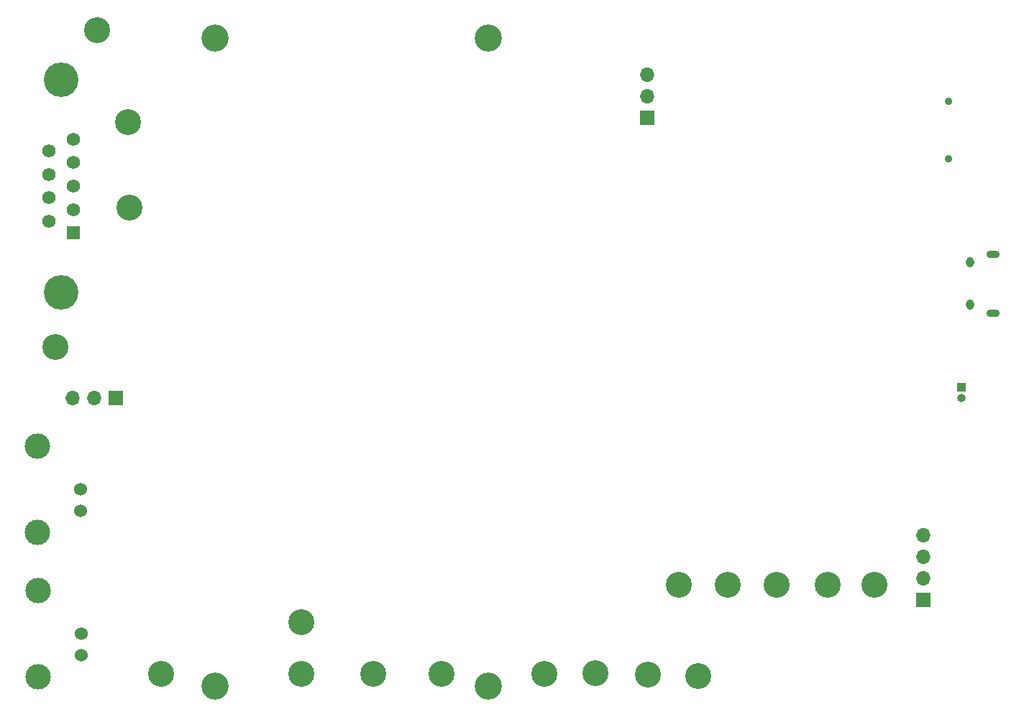
<source format=gbs>
%TF.GenerationSoftware,KiCad,Pcbnew,9.0.0*%
%TF.CreationDate,2025-02-25T12:17:53-05:00*%
%TF.ProjectId,kicad_pulse_supply-rev-C,6b696361-645f-4707-956c-73655f737570,rev?*%
%TF.SameCoordinates,Original*%
%TF.FileFunction,Soldermask,Bot*%
%TF.FilePolarity,Negative*%
%FSLAX46Y46*%
G04 Gerber Fmt 4.6, Leading zero omitted, Abs format (unit mm)*
G04 Created by KiCad (PCBNEW 9.0.0) date 2025-02-25 12:17:53*
%MOMM*%
%LPD*%
G01*
G04 APERTURE LIST*
%ADD10R,1.575000X1.575000*%
%ADD11C,1.575000*%
%ADD12C,4.066000*%
%ADD13O,1.550000X0.890000*%
%ADD14O,0.950000X1.250000*%
%ADD15C,3.048000*%
%ADD16R,1.700000X1.700000*%
%ADD17O,1.700000X1.700000*%
%ADD18C,3.000000*%
%ADD19C,1.524000*%
%ADD20C,3.200000*%
%ADD21R,1.000000X1.000000*%
%ADD22O,1.000000X1.000000*%
%ADD23C,0.900000*%
G04 APERTURE END LIST*
D10*
%TO.C,J7*%
X55286000Y-98513000D03*
D11*
X55286000Y-95743000D03*
X55286000Y-92973000D03*
X55286000Y-90203000D03*
X55286000Y-87433000D03*
X52446000Y-97128000D03*
X52446000Y-94358000D03*
X52446000Y-91588000D03*
X52446000Y-88818000D03*
D12*
X53866000Y-80478000D03*
X53866000Y-105468000D03*
%TD*%
D13*
%TO.C,J1*%
X163566000Y-100978000D03*
D14*
X160866000Y-101978000D03*
X160866000Y-106978000D03*
D13*
X163566000Y-107978000D03*
%TD*%
D15*
%TO.C,TP14*%
X149616000Y-139978000D03*
%TD*%
%TO.C,TP37*%
X128866000Y-150728000D03*
%TD*%
%TO.C,TP12*%
X53166000Y-111978000D03*
%TD*%
D16*
%TO.C,J4*%
X155366000Y-141778000D03*
D17*
X155366000Y-139238000D03*
X155366000Y-136698000D03*
X155366000Y-134158000D03*
%TD*%
D15*
%TO.C,TP28*%
X138116000Y-139978000D03*
%TD*%
%TO.C,TP22*%
X132366000Y-139978000D03*
%TD*%
D18*
%TO.C,J6*%
X51036000Y-123648000D03*
X51036000Y-133808000D03*
D19*
X56116000Y-128728000D03*
X56116000Y-131268000D03*
%TD*%
D18*
%TO.C,J5*%
X51116000Y-140648000D03*
X51116000Y-150808000D03*
D19*
X56196000Y-145728000D03*
X56196000Y-148268000D03*
%TD*%
D15*
%TO.C,TP13*%
X65616000Y-150478000D03*
%TD*%
%TO.C,TP30*%
X144116000Y-139978000D03*
%TD*%
%TO.C,TP9*%
X98616000Y-150478000D03*
%TD*%
D20*
%TO.C,H2*%
X104116000Y-75528000D03*
%TD*%
%TO.C,H3*%
X104116000Y-151928000D03*
%TD*%
D16*
%TO.C,JP2*%
X60291000Y-117978000D03*
D17*
X57751000Y-117978000D03*
X55211000Y-117978000D03*
%TD*%
D15*
%TO.C,TP36*%
X122966000Y-150578000D03*
%TD*%
%TO.C,TP8*%
X58066000Y-74578000D03*
%TD*%
%TO.C,TP33*%
X82116000Y-150478000D03*
%TD*%
%TO.C,TP11*%
X61866000Y-95478000D03*
%TD*%
%TO.C,TP32*%
X116766000Y-150378000D03*
%TD*%
D20*
%TO.C,H1*%
X71966000Y-75528000D03*
%TD*%
D15*
%TO.C,TP34*%
X90616000Y-150478000D03*
%TD*%
D16*
%TO.C,J3*%
X122866000Y-84918000D03*
D17*
X122866000Y-82378000D03*
X122866000Y-79838000D03*
%TD*%
D21*
%TO.C,J2*%
X159866000Y-116708000D03*
D22*
X159866000Y-117978000D03*
%TD*%
D23*
%TO.C,SW3*%
X158366000Y-82978000D03*
X158366000Y-89778000D03*
%TD*%
D15*
%TO.C,TP10*%
X61766000Y-85478000D03*
%TD*%
%TO.C,TP35*%
X82166000Y-144378000D03*
%TD*%
%TO.C,TP31*%
X110766000Y-150478000D03*
%TD*%
D20*
%TO.C,H4*%
X71966000Y-151928000D03*
%TD*%
D15*
%TO.C,TP18*%
X126616000Y-139978000D03*
%TD*%
M02*

</source>
